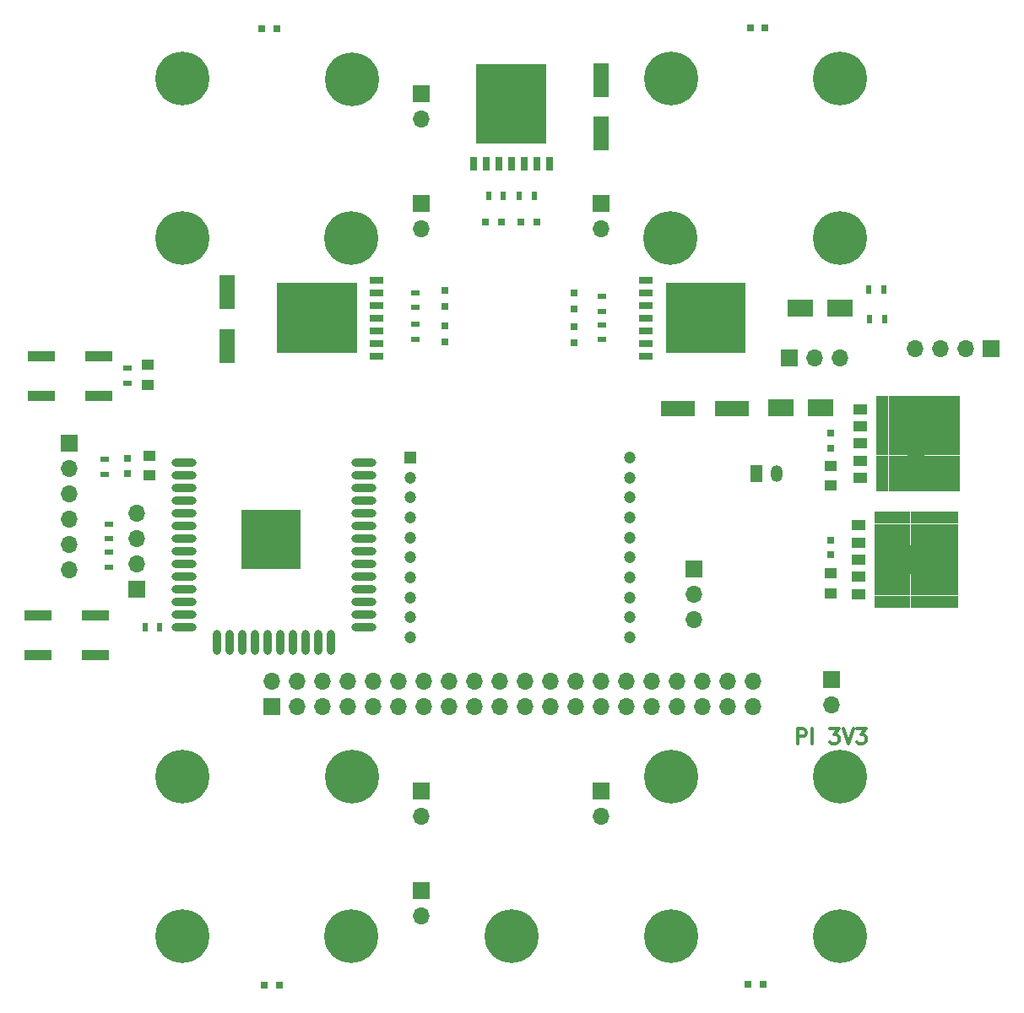
<source format=gts>
G04 #@! TF.FileFunction,Soldermask,Top*
%FSLAX46Y46*%
G04 Gerber Fmt 4.6, Leading zero omitted, Abs format (unit mm)*
G04 Created by KiCad (PCBNEW 4.0.7) date Thursday, 19 July 2018 'PMt' 15:05:03*
%MOMM*%
%LPD*%
G01*
G04 APERTURE LIST*
%ADD10C,0.100000*%
%ADD11C,0.300000*%
%ADD12C,5.400000*%
%ADD13C,0.800000*%
%ADD14R,0.750000X0.800000*%
%ADD15R,1.250000X1.000000*%
%ADD16R,0.800000X0.750000*%
%ADD17R,2.500000X1.800000*%
%ADD18R,0.800000X0.800000*%
%ADD19R,1.200000X1.700000*%
%ADD20O,1.200000X1.700000*%
%ADD21R,1.700000X1.700000*%
%ADD22O,1.700000X1.700000*%
%ADD23R,0.900000X0.500000*%
%ADD24R,0.500000X0.900000*%
%ADD25R,1.370000X1.070000*%
%ADD26R,1.200000X1.200000*%
%ADD27C,3.000000*%
%ADD28O,2.500000X0.900000*%
%ADD29O,0.900000X2.500000*%
%ADD30R,6.000000X6.000000*%
%ADD31C,1.200000*%
%ADD32R,2.750000X1.000000*%
%ADD33R,3.500000X1.600000*%
%ADD34R,1.600000X3.500000*%
%ADD35R,1.370000X0.730000*%
%ADD36R,1.100000X1.100000*%
%ADD37R,0.730000X1.370000*%
G04 APERTURE END LIST*
D10*
D11*
X103707144Y-98678571D02*
X103707144Y-97178571D01*
X104278572Y-97178571D01*
X104421430Y-97250000D01*
X104492858Y-97321429D01*
X104564287Y-97464286D01*
X104564287Y-97678571D01*
X104492858Y-97821429D01*
X104421430Y-97892857D01*
X104278572Y-97964286D01*
X103707144Y-97964286D01*
X105207144Y-98678571D02*
X105207144Y-97178571D01*
X106921430Y-97178571D02*
X107850001Y-97178571D01*
X107350001Y-97750000D01*
X107564287Y-97750000D01*
X107707144Y-97821429D01*
X107778573Y-97892857D01*
X107850001Y-98035714D01*
X107850001Y-98392857D01*
X107778573Y-98535714D01*
X107707144Y-98607143D01*
X107564287Y-98678571D01*
X107135715Y-98678571D01*
X106992858Y-98607143D01*
X106921430Y-98535714D01*
X108278572Y-97178571D02*
X108778572Y-98678571D01*
X109278572Y-97178571D01*
X109635715Y-97178571D02*
X110564286Y-97178571D01*
X110064286Y-97750000D01*
X110278572Y-97750000D01*
X110421429Y-97821429D01*
X110492858Y-97892857D01*
X110564286Y-98035714D01*
X110564286Y-98392857D01*
X110492858Y-98535714D01*
X110421429Y-98607143D01*
X110278572Y-98678571D01*
X109850000Y-98678571D01*
X109707143Y-98607143D01*
X109635715Y-98535714D01*
D12*
X108000000Y-118025000D03*
D13*
X110025000Y-118025000D03*
X109431891Y-119456891D03*
X108000000Y-120050000D03*
X106568109Y-119456891D03*
X105975000Y-118025000D03*
X106568109Y-116593109D03*
X108000000Y-116000000D03*
X109431891Y-116593109D03*
D12*
X108000000Y-102025000D03*
D13*
X110025000Y-102025000D03*
X109431891Y-103456891D03*
X108000000Y-104050000D03*
X106568109Y-103456891D03*
X105975000Y-102025000D03*
X106568109Y-100593109D03*
X108000000Y-100000000D03*
X109431891Y-100593109D03*
D12*
X91000000Y-102000000D03*
D13*
X93025000Y-102000000D03*
X92431891Y-103431891D03*
X91000000Y-104025000D03*
X89568109Y-103431891D03*
X88975000Y-102000000D03*
X89568109Y-100568109D03*
X91000000Y-99975000D03*
X92431891Y-100568109D03*
D12*
X91000000Y-117975000D03*
D13*
X93025000Y-117975000D03*
X92431891Y-119406891D03*
X91000000Y-120000000D03*
X89568109Y-119406891D03*
X88975000Y-117975000D03*
X89568109Y-116543109D03*
X91000000Y-115950000D03*
X92431891Y-116543109D03*
D12*
X75000000Y-117975000D03*
D13*
X77025000Y-117975000D03*
X76431891Y-119406891D03*
X75000000Y-120000000D03*
X73568109Y-119406891D03*
X72975000Y-117975000D03*
X73568109Y-116543109D03*
X75000000Y-115950000D03*
X76431891Y-116543109D03*
D12*
X58975000Y-117975000D03*
D13*
X61000000Y-117975000D03*
X60406891Y-119406891D03*
X58975000Y-120000000D03*
X57543109Y-119406891D03*
X56950000Y-117975000D03*
X57543109Y-116543109D03*
X58975000Y-115950000D03*
X60406891Y-116543109D03*
D12*
X42000000Y-117975000D03*
D13*
X44025000Y-117975000D03*
X43431891Y-119406891D03*
X42000000Y-120000000D03*
X40568109Y-119406891D03*
X39975000Y-117975000D03*
X40568109Y-116543109D03*
X42000000Y-115950000D03*
X43431891Y-116543109D03*
D12*
X59000000Y-102000000D03*
D13*
X61025000Y-102000000D03*
X60431891Y-103431891D03*
X59000000Y-104025000D03*
X57568109Y-103431891D03*
X56975000Y-102000000D03*
X57568109Y-100568109D03*
X59000000Y-99975000D03*
X60431891Y-100568109D03*
D12*
X42000000Y-102000000D03*
D13*
X44025000Y-102000000D03*
X43431891Y-103431891D03*
X42000000Y-104025000D03*
X40568109Y-103431891D03*
X39975000Y-102000000D03*
X40568109Y-100568109D03*
X42000000Y-99975000D03*
X43431891Y-100568109D03*
D12*
X58975000Y-48000000D03*
D13*
X61000000Y-48000000D03*
X60406891Y-49431891D03*
X58975000Y-50025000D03*
X57543109Y-49431891D03*
X56950000Y-48000000D03*
X57543109Y-46568109D03*
X58975000Y-45975000D03*
X60406891Y-46568109D03*
D12*
X42000000Y-48000000D03*
D13*
X44025000Y-48000000D03*
X43431891Y-49431891D03*
X42000000Y-50025000D03*
X40568109Y-49431891D03*
X39975000Y-48000000D03*
X40568109Y-46568109D03*
X42000000Y-45975000D03*
X43431891Y-46568109D03*
D12*
X42000000Y-32000000D03*
D13*
X44025000Y-32000000D03*
X43431891Y-33431891D03*
X42000000Y-34025000D03*
X40568109Y-33431891D03*
X39975000Y-32000000D03*
X40568109Y-30568109D03*
X42000000Y-29975000D03*
X43431891Y-30568109D03*
D12*
X59000000Y-32025000D03*
D13*
X61025000Y-32025000D03*
X60431891Y-33456891D03*
X59000000Y-34050000D03*
X57568109Y-33456891D03*
X56975000Y-32025000D03*
X57568109Y-30593109D03*
X59000000Y-30000000D03*
X60431891Y-30593109D03*
D12*
X90975000Y-48000000D03*
D13*
X93000000Y-48000000D03*
X92406891Y-49431891D03*
X90975000Y-50025000D03*
X89543109Y-49431891D03*
X88950000Y-48000000D03*
X89543109Y-46568109D03*
X90975000Y-45975000D03*
X92406891Y-46568109D03*
D12*
X91000000Y-32000000D03*
D13*
X93025000Y-32000000D03*
X92431891Y-33431891D03*
X91000000Y-34025000D03*
X89568109Y-33431891D03*
X88975000Y-32000000D03*
X89568109Y-30568109D03*
X91000000Y-29975000D03*
X92431891Y-30568109D03*
D14*
X107000000Y-79750000D03*
X107000000Y-78250000D03*
D15*
X107000000Y-83600000D03*
X107000000Y-81600000D03*
D14*
X107000000Y-69050000D03*
X107000000Y-67550000D03*
D15*
X107000000Y-72800000D03*
X107000000Y-70800000D03*
X38500000Y-62700000D03*
X38500000Y-60700000D03*
D14*
X36500000Y-70100000D03*
X36500000Y-71600000D03*
D15*
X38700000Y-71800000D03*
X38700000Y-69800000D03*
D16*
X50250000Y-122900000D03*
X51750000Y-122900000D03*
X98750000Y-122800000D03*
X100250000Y-122800000D03*
X100450000Y-26900000D03*
X98950000Y-26900000D03*
X51500000Y-27000000D03*
X50000000Y-27000000D03*
D17*
X106000000Y-65000000D03*
X102000000Y-65000000D03*
X108000000Y-55000000D03*
X104000000Y-55000000D03*
D18*
X81300000Y-53500000D03*
X81300000Y-55100000D03*
X81300000Y-58500000D03*
X81300000Y-56900000D03*
X68300000Y-58400000D03*
X68300000Y-56800000D03*
X68300000Y-53200000D03*
X68300000Y-54800000D03*
X72400000Y-46400000D03*
X74000000Y-46400000D03*
X77600000Y-46400000D03*
X76000000Y-46400000D03*
D19*
X99600000Y-71600000D03*
D20*
X101600000Y-71600000D03*
D21*
X37400000Y-83200000D03*
D22*
X37400000Y-80660000D03*
X37400000Y-78120000D03*
X37400000Y-75580000D03*
D21*
X30700000Y-68560000D03*
D22*
X30700000Y-71100000D03*
X30700000Y-73640000D03*
X30700000Y-76180000D03*
X30700000Y-78720000D03*
X30700000Y-81260000D03*
D21*
X93300000Y-81200000D03*
D22*
X93300000Y-83740000D03*
X93300000Y-86280000D03*
D21*
X84000000Y-44460000D03*
D22*
X84000000Y-47000000D03*
D21*
X84000000Y-103460000D03*
D22*
X84000000Y-106000000D03*
D21*
X66000000Y-44460000D03*
D22*
X66000000Y-47000000D03*
D21*
X51000000Y-95000000D03*
D22*
X51000000Y-92460000D03*
X53540000Y-95000000D03*
X53540000Y-92460000D03*
X56080000Y-95000000D03*
X56080000Y-92460000D03*
X58620000Y-95000000D03*
X58620000Y-92460000D03*
X61160000Y-95000000D03*
X61160000Y-92460000D03*
X63700000Y-95000000D03*
X63700000Y-92460000D03*
X66240000Y-95000000D03*
X66240000Y-92460000D03*
X68780000Y-95000000D03*
X68780000Y-92460000D03*
X71320000Y-95000000D03*
X71320000Y-92460000D03*
X73860000Y-95000000D03*
X73860000Y-92460000D03*
X76400000Y-95000000D03*
X76400000Y-92460000D03*
X78940000Y-95000000D03*
X78940000Y-92460000D03*
X81480000Y-95000000D03*
X81480000Y-92460000D03*
X84020000Y-95000000D03*
X84020000Y-92460000D03*
X86560000Y-95000000D03*
X86560000Y-92460000D03*
X89100000Y-95000000D03*
X89100000Y-92460000D03*
X91640000Y-95000000D03*
X91640000Y-92460000D03*
X94180000Y-95000000D03*
X94180000Y-92460000D03*
X96720000Y-95000000D03*
X96720000Y-92460000D03*
X99260000Y-95000000D03*
X99260000Y-92460000D03*
D21*
X66000000Y-103460000D03*
D22*
X66000000Y-106000000D03*
D21*
X66000000Y-33460000D03*
D22*
X66000000Y-36000000D03*
D21*
X66000000Y-113460000D03*
D22*
X66000000Y-116000000D03*
D23*
X34600000Y-76650000D03*
X34600000Y-78150000D03*
X34600000Y-79450000D03*
X34600000Y-80950000D03*
X36500000Y-61000000D03*
X36500000Y-62500000D03*
X34200000Y-70150000D03*
X34200000Y-71650000D03*
X84100000Y-53850000D03*
X84100000Y-55350000D03*
X84100000Y-58150000D03*
X84100000Y-56650000D03*
X65400000Y-58100000D03*
X65400000Y-56600000D03*
X65400000Y-53450000D03*
X65400000Y-54950000D03*
D24*
X72700000Y-43700000D03*
X74200000Y-43700000D03*
X77300000Y-43700000D03*
X75800000Y-43700000D03*
X38250000Y-87000000D03*
X39750000Y-87000000D03*
D21*
X102920000Y-60000000D03*
D22*
X105460000Y-60000000D03*
X108000000Y-60000000D03*
D25*
X109800000Y-80225000D03*
X109800000Y-78505000D03*
X109800000Y-76785000D03*
X109800000Y-81945000D03*
X109800000Y-83665000D03*
D26*
X112025000Y-84425000D03*
X112025000Y-83225000D03*
X112025000Y-82025000D03*
X112025000Y-80825000D03*
X112025000Y-79625000D03*
X112025000Y-78425000D03*
X112025000Y-77225000D03*
X112025000Y-76025000D03*
X113225000Y-76025000D03*
X113225000Y-77225000D03*
X113225000Y-78425000D03*
X113225000Y-79625000D03*
X113225000Y-80825000D03*
X113225000Y-82025000D03*
X113225000Y-83225000D03*
X113225000Y-84425000D03*
X114425000Y-84425000D03*
X114425000Y-83225000D03*
X114425000Y-82025000D03*
X114425000Y-80825000D03*
X114425000Y-79625000D03*
X114425000Y-78425000D03*
X114425000Y-77225000D03*
X114425000Y-76025000D03*
X115625000Y-76025000D03*
X115625000Y-77225000D03*
X115625000Y-78425000D03*
X115625000Y-79625000D03*
X115625000Y-80825000D03*
X115625000Y-82025000D03*
X115625000Y-83225000D03*
X115625000Y-84425000D03*
X116825000Y-84425000D03*
X116825000Y-83225000D03*
X116825000Y-82025000D03*
X116825000Y-80825000D03*
X116825000Y-79625000D03*
X116825000Y-78425000D03*
X116825000Y-77225000D03*
X116825000Y-76025000D03*
X118025000Y-76025000D03*
X118025000Y-77225000D03*
X118025000Y-78425000D03*
X118025000Y-79625000D03*
X118025000Y-80825000D03*
X118025000Y-82025000D03*
X118025000Y-83225000D03*
X118025000Y-84425000D03*
X119225000Y-84425000D03*
X119225000Y-83225000D03*
X119225000Y-82025000D03*
X119225000Y-80825000D03*
X119225000Y-79625000D03*
X119225000Y-78425000D03*
X119225000Y-77225000D03*
X119225000Y-76025000D03*
D27*
X115400000Y-80225000D03*
D25*
X110000000Y-68575000D03*
X110000000Y-66855000D03*
X110000000Y-65135000D03*
X110000000Y-70295000D03*
X110000000Y-72015000D03*
D26*
X112225000Y-72775000D03*
X112225000Y-71575000D03*
X112225000Y-70375000D03*
X112225000Y-69175000D03*
X112225000Y-67975000D03*
X112225000Y-66775000D03*
X112225000Y-65575000D03*
X112225000Y-64375000D03*
X113425000Y-64375000D03*
X113425000Y-65575000D03*
X113425000Y-66775000D03*
X113425000Y-67975000D03*
X113425000Y-69175000D03*
X113425000Y-70375000D03*
X113425000Y-71575000D03*
X113425000Y-72775000D03*
X114625000Y-72775000D03*
X114625000Y-71575000D03*
X114625000Y-70375000D03*
X114625000Y-69175000D03*
X114625000Y-67975000D03*
X114625000Y-66775000D03*
X114625000Y-65575000D03*
X114625000Y-64375000D03*
X115825000Y-64375000D03*
X115825000Y-65575000D03*
X115825000Y-66775000D03*
X115825000Y-67975000D03*
X115825000Y-69175000D03*
X115825000Y-70375000D03*
X115825000Y-71575000D03*
X115825000Y-72775000D03*
X117025000Y-72775000D03*
X117025000Y-71575000D03*
X117025000Y-70375000D03*
X117025000Y-69175000D03*
X117025000Y-67975000D03*
X117025000Y-66775000D03*
X117025000Y-65575000D03*
X117025000Y-64375000D03*
X118225000Y-64375000D03*
X118225000Y-65575000D03*
X118225000Y-66775000D03*
X118225000Y-67975000D03*
X118225000Y-69175000D03*
X118225000Y-70375000D03*
X118225000Y-71575000D03*
X118225000Y-72775000D03*
X119425000Y-72775000D03*
X119425000Y-71575000D03*
X119425000Y-70375000D03*
X119425000Y-69175000D03*
X119425000Y-67975000D03*
X119425000Y-66775000D03*
X119425000Y-65575000D03*
X119425000Y-64375000D03*
D27*
X115600000Y-68575000D03*
D24*
X110950000Y-56100000D03*
X112450000Y-56100000D03*
X110850000Y-53100000D03*
X112350000Y-53100000D03*
D21*
X107100000Y-92260000D03*
D22*
X107100000Y-94800000D03*
D28*
X60200000Y-70500000D03*
X60200000Y-71770000D03*
X60200000Y-73040000D03*
X60200000Y-74310000D03*
X60200000Y-75580000D03*
X60200000Y-76850000D03*
X60200000Y-78120000D03*
X60200000Y-79390000D03*
X60200000Y-80660000D03*
X60200000Y-81930000D03*
X60200000Y-83200000D03*
X60200000Y-84470000D03*
X60200000Y-85740000D03*
X60200000Y-87010000D03*
D29*
X56915000Y-88500000D03*
X55645000Y-88500000D03*
X54375000Y-88500000D03*
X53105000Y-88500000D03*
X51835000Y-88500000D03*
X50565000Y-88500000D03*
X49295000Y-88500000D03*
X48025000Y-88500000D03*
X46755000Y-88500000D03*
X45485000Y-88500000D03*
D28*
X42200000Y-87010000D03*
X42200000Y-85740000D03*
X42200000Y-84470000D03*
X42200000Y-83200000D03*
X42200000Y-81930000D03*
X42200000Y-80660000D03*
X42200000Y-79390000D03*
X42200000Y-78120000D03*
X42200000Y-76850000D03*
X42200000Y-75580000D03*
X42200000Y-74310000D03*
X42200000Y-73040000D03*
X42200000Y-71770000D03*
X42200000Y-70500000D03*
D30*
X50900000Y-78200000D03*
D26*
X64900000Y-70000000D03*
D31*
X64900000Y-72000000D03*
X64900000Y-74000000D03*
X64900000Y-76000000D03*
X64900000Y-78000000D03*
X64900000Y-80000000D03*
X64900000Y-82000000D03*
X64900000Y-84000000D03*
X64900000Y-86000000D03*
X64900000Y-88000000D03*
X86900000Y-88000000D03*
X86900000Y-86000000D03*
X86900000Y-84000000D03*
X86900000Y-82000000D03*
X86900000Y-80000000D03*
X86900000Y-78000000D03*
X86900000Y-76000000D03*
X86900000Y-74000000D03*
X86900000Y-72000000D03*
X86900000Y-70000000D03*
D32*
X33600000Y-59800000D03*
X27840000Y-59800000D03*
X27840000Y-63800000D03*
X33600000Y-63800000D03*
X33300000Y-85800000D03*
X27540000Y-85800000D03*
X27540000Y-89800000D03*
X33300000Y-89800000D03*
D21*
X123140000Y-59100000D03*
D22*
X120600000Y-59100000D03*
X118060000Y-59100000D03*
X115520000Y-59100000D03*
D33*
X91700000Y-65100000D03*
X97100000Y-65100000D03*
D34*
X46500000Y-53400000D03*
X46500000Y-58800000D03*
X84000000Y-32100000D03*
X84000000Y-37500000D03*
D35*
X88500000Y-56000000D03*
X88500000Y-54730000D03*
X88500000Y-53460000D03*
X88500000Y-52190000D03*
X88500000Y-57270000D03*
X88500000Y-58540000D03*
X88500000Y-59810000D03*
D36*
X91000000Y-56000000D03*
X91000000Y-57000000D03*
X91000000Y-58000000D03*
X91000000Y-59000000D03*
X91000000Y-55000000D03*
X91000000Y-54000000D03*
X91000000Y-53000000D03*
X92000000Y-53000000D03*
X93000000Y-53000000D03*
X94000000Y-53000000D03*
X95000000Y-53000000D03*
X96000000Y-53000000D03*
X97000000Y-53000000D03*
X98000000Y-53000000D03*
X98000000Y-54000000D03*
X98000000Y-55000000D03*
X98000000Y-56000000D03*
X98000000Y-57000000D03*
X98000000Y-58000000D03*
X98000000Y-59000000D03*
X97000000Y-59000000D03*
X96000000Y-59000000D03*
X95000000Y-59000000D03*
X94000000Y-59000000D03*
X93000000Y-59000000D03*
X92000000Y-59000000D03*
X92000000Y-58000000D03*
X93000000Y-58000000D03*
X94000000Y-58000000D03*
X95000000Y-58000000D03*
X96000000Y-58000000D03*
X97000000Y-58000000D03*
X97000000Y-57000000D03*
X96000000Y-57000000D03*
X95000000Y-57000000D03*
X94000000Y-57000000D03*
X93000000Y-57000000D03*
X92000000Y-57000000D03*
X92000000Y-56000000D03*
X93000000Y-56000000D03*
X94000000Y-56000000D03*
X95000000Y-56000000D03*
X96000000Y-56000000D03*
X97000000Y-56000000D03*
X97000000Y-55000000D03*
X96000000Y-55000000D03*
X95000000Y-55000000D03*
X94000000Y-55000000D03*
X93000000Y-55000000D03*
X92000000Y-55000000D03*
X92000000Y-54000000D03*
X93000000Y-54000000D03*
X94000000Y-54000000D03*
X95000000Y-54000000D03*
X96000000Y-54000000D03*
X97000000Y-54000000D03*
D27*
X94500000Y-56000000D03*
D35*
X61500000Y-56000000D03*
X61500000Y-57270000D03*
X61500000Y-58540000D03*
X61500000Y-59810000D03*
X61500000Y-54730000D03*
X61500000Y-53460000D03*
X61500000Y-52190000D03*
D36*
X59000000Y-56000000D03*
X59000000Y-55000000D03*
X59000000Y-54000000D03*
X59000000Y-53000000D03*
X59000000Y-57000000D03*
X59000000Y-58000000D03*
X59000000Y-59000000D03*
X58000000Y-59000000D03*
X57000000Y-59000000D03*
X56000000Y-59000000D03*
X55000000Y-59000000D03*
X54000000Y-59000000D03*
X53000000Y-59000000D03*
X52000000Y-59000000D03*
X52000000Y-58000000D03*
X52000000Y-57000000D03*
X52000000Y-56000000D03*
X52000000Y-55000000D03*
X52000000Y-54000000D03*
X52000000Y-53000000D03*
X53000000Y-53000000D03*
X54000000Y-53000000D03*
X55000000Y-53000000D03*
X56000000Y-53000000D03*
X57000000Y-53000000D03*
X58000000Y-53000000D03*
X58000000Y-54000000D03*
X57000000Y-54000000D03*
X56000000Y-54000000D03*
X55000000Y-54000000D03*
X54000000Y-54000000D03*
X53000000Y-54000000D03*
X53000000Y-55000000D03*
X54000000Y-55000000D03*
X55000000Y-55000000D03*
X56000000Y-55000000D03*
X57000000Y-55000000D03*
X58000000Y-55000000D03*
X58000000Y-56000000D03*
X57000000Y-56000000D03*
X56000000Y-56000000D03*
X55000000Y-56000000D03*
X54000000Y-56000000D03*
X53000000Y-56000000D03*
X53000000Y-57000000D03*
X54000000Y-57000000D03*
X55000000Y-57000000D03*
X56000000Y-57000000D03*
X57000000Y-57000000D03*
X58000000Y-57000000D03*
X58000000Y-58000000D03*
X57000000Y-58000000D03*
X56000000Y-58000000D03*
X55000000Y-58000000D03*
X54000000Y-58000000D03*
X53000000Y-58000000D03*
D27*
X55500000Y-56000000D03*
D37*
X75000000Y-40500000D03*
X73730000Y-40500000D03*
X72460000Y-40500000D03*
X71190000Y-40500000D03*
X76270000Y-40500000D03*
X77540000Y-40500000D03*
X78810000Y-40500000D03*
D36*
X75000000Y-38000000D03*
X76000000Y-38000000D03*
X77000000Y-38000000D03*
X78000000Y-38000000D03*
X74000000Y-38000000D03*
X73000000Y-38000000D03*
X72000000Y-38000000D03*
X72000000Y-37000000D03*
X72000000Y-36000000D03*
X72000000Y-35000000D03*
X72000000Y-34000000D03*
X72000000Y-33000000D03*
X72000000Y-32000000D03*
X72000000Y-31000000D03*
X73000000Y-31000000D03*
X74000000Y-31000000D03*
X75000000Y-31000000D03*
X76000000Y-31000000D03*
X77000000Y-31000000D03*
X78000000Y-31000000D03*
X78000000Y-32000000D03*
X78000000Y-33000000D03*
X78000000Y-34000000D03*
X78000000Y-35000000D03*
X78000000Y-36000000D03*
X78000000Y-37000000D03*
X77000000Y-37000000D03*
X77000000Y-36000000D03*
X77000000Y-35000000D03*
X77000000Y-34000000D03*
X77000000Y-33000000D03*
X77000000Y-32000000D03*
X76000000Y-32000000D03*
X76000000Y-33000000D03*
X76000000Y-34000000D03*
X76000000Y-35000000D03*
X76000000Y-36000000D03*
X76000000Y-37000000D03*
X75000000Y-37000000D03*
X75000000Y-36000000D03*
X75000000Y-35000000D03*
X75000000Y-34000000D03*
X75000000Y-33000000D03*
X75000000Y-32000000D03*
X74000000Y-32000000D03*
X74000000Y-33000000D03*
X74000000Y-34000000D03*
X74000000Y-35000000D03*
X74000000Y-36000000D03*
X74000000Y-37000000D03*
X73000000Y-37000000D03*
X73000000Y-36000000D03*
X73000000Y-35000000D03*
X73000000Y-34000000D03*
X73000000Y-33000000D03*
X73000000Y-32000000D03*
D27*
X75000000Y-34500000D03*
D12*
X108000000Y-32000000D03*
D13*
X110025000Y-32000000D03*
X109431891Y-33431891D03*
X108000000Y-34025000D03*
X106568109Y-33431891D03*
X105975000Y-32000000D03*
X106568109Y-30568109D03*
X108000000Y-29975000D03*
X109431891Y-30568109D03*
D12*
X108000000Y-48000000D03*
D13*
X110025000Y-48000000D03*
X109431891Y-49431891D03*
X108000000Y-50025000D03*
X106568109Y-49431891D03*
X105975000Y-48000000D03*
X106568109Y-46568109D03*
X108000000Y-45975000D03*
X109431891Y-46568109D03*
M02*

</source>
